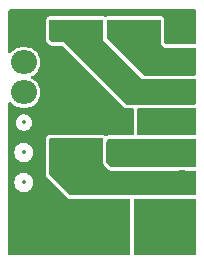
<source format=gbl>
%TF.GenerationSoftware,KiCad,Pcbnew,8.0.4*%
%TF.CreationDate,2024-09-19T15:03:18-03:00*%
%TF.ProjectId,PCBWay-Module_TA6586,50434257-6179-42d4-9d6f-64756c655f54,rev?*%
%TF.SameCoordinates,Original*%
%TF.FileFunction,Copper,L2,Bot*%
%TF.FilePolarity,Positive*%
%FSLAX46Y46*%
G04 Gerber Fmt 4.6, Leading zero omitted, Abs format (unit mm)*
G04 Created by KiCad (PCBNEW 8.0.4) date 2024-09-19 15:03:18*
%MOMM*%
%LPD*%
G01*
G04 APERTURE LIST*
G04 Aperture macros list*
%AMRoundRect*
0 Rectangle with rounded corners*
0 $1 Rounding radius*
0 $2 $3 $4 $5 $6 $7 $8 $9 X,Y pos of 4 corners*
0 Add a 4 corners polygon primitive as box body*
4,1,4,$2,$3,$4,$5,$6,$7,$8,$9,$2,$3,0*
0 Add four circle primitives for the rounded corners*
1,1,$1+$1,$2,$3*
1,1,$1+$1,$4,$5*
1,1,$1+$1,$6,$7*
1,1,$1+$1,$8,$9*
0 Add four rect primitives between the rounded corners*
20,1,$1+$1,$2,$3,$4,$5,0*
20,1,$1+$1,$4,$5,$6,$7,0*
20,1,$1+$1,$6,$7,$8,$9,0*
20,1,$1+$1,$8,$9,$2,$3,0*%
G04 Aperture macros list end*
%TA.AperFunction,ComponentPad*%
%ADD10RoundRect,0.250000X0.850000X0.750000X-0.850000X0.750000X-0.850000X-0.750000X0.850000X-0.750000X0*%
%TD*%
%TA.AperFunction,ComponentPad*%
%ADD11O,2.200000X2.000000*%
%TD*%
%TA.AperFunction,SMDPad,CuDef*%
%ADD12RoundRect,0.250000X0.475000X-0.250000X0.475000X0.250000X-0.475000X0.250000X-0.475000X-0.250000X0*%
%TD*%
%TA.AperFunction,ViaPad*%
%ADD13C,0.600000*%
%TD*%
%ADD14C,0.300000*%
%ADD15C,0.350000*%
G04 APERTURE END LIST*
D10*
%TO.P,J1,1,Pin_1*%
%TO.N,GND*%
X140000000Y-69500000D03*
D11*
%TO.P,J1,2,Pin_2*%
%TO.N,/IN_B2*%
X140000000Y-72040000D03*
%TO.P,J1,3,Pin_3*%
%TO.N,/IN_B1*%
X140000000Y-74580000D03*
%TO.P,J1,7,Pin_7*%
%TO.N,GND*%
X140000000Y-84740000D03*
%TD*%
D12*
%TO.P,C1,1*%
%TO.N,/OUT_B2*%
X150550000Y-74250000D03*
%TO.P,C1,2*%
%TO.N,/OUT_B1*%
X150550000Y-72350000D03*
%TD*%
%TO.P,C2,1*%
%TO.N,/OUT_A2*%
X150550000Y-82000000D03*
%TO.P,C2,2*%
%TO.N,/OUT_A1*%
X150550000Y-80100000D03*
%TD*%
D10*
%TO.P,J2,1,Pin_1*%
%TO.N,GND*%
X153400000Y-69500000D03*
D11*
%TO.P,J2,2,Pin_2*%
%TO.N,/OUT_B1*%
X153400000Y-72040000D03*
%TO.P,J2,3,Pin_3*%
%TO.N,/OUT_B2*%
X153400000Y-74580000D03*
%TO.P,J2,4,Pin_4*%
%TO.N,/VM*%
X153400000Y-77120000D03*
%TO.P,J2,5,Pin_5*%
%TO.N,/OUT_A1*%
X153400000Y-79660000D03*
%TO.P,J2,6,Pin_6*%
%TO.N,/OUT_A2*%
X153400000Y-82200000D03*
%TO.P,J2,7,Pin_7*%
%TO.N,/VM*%
X153400000Y-84740000D03*
%TD*%
D13*
%TO.N,/OUT_B2*%
X145600000Y-70850000D03*
X142950000Y-69300000D03*
X144225000Y-69300000D03*
X149500000Y-74500000D03*
X146500000Y-71750000D03*
X150900000Y-74550000D03*
X145500000Y-69300000D03*
X147450000Y-72650000D03*
X148500000Y-73700000D03*
%TO.N,/OUT_B1*%
X148050000Y-69300000D03*
X150600000Y-69300000D03*
X150950000Y-71900000D03*
X149800000Y-70800000D03*
X149325000Y-69300000D03*
%TO.N,/OUT_A1*%
X148050000Y-79600000D03*
X149325000Y-79600000D03*
X150600000Y-79600000D03*
%TO.N,/OUT_A2*%
X151550000Y-82150000D03*
X145500000Y-79600000D03*
X147350000Y-82150000D03*
X149600000Y-82150000D03*
X144600000Y-82150000D03*
X142950000Y-79600000D03*
X142950000Y-81050000D03*
X145500000Y-81050000D03*
X144225000Y-79600000D03*
%TO.N,GND*%
X146100000Y-84250000D03*
X141350000Y-86650000D03*
X143150000Y-71600000D03*
X143950000Y-74450000D03*
X146050000Y-74450000D03*
X148060000Y-76900000D03*
X144950000Y-75250000D03*
X148050000Y-85550000D03*
X141950000Y-72500000D03*
X144050000Y-72500000D03*
X145000000Y-73400000D03*
X147050000Y-75250000D03*
X141350000Y-87650000D03*
X142900000Y-73400000D03*
X139350000Y-86650000D03*
X139350000Y-87650000D03*
X141650000Y-70900000D03*
X140350000Y-86650000D03*
X148060000Y-87220000D03*
X148050000Y-84250000D03*
X146100000Y-85550000D03*
X140350000Y-87650000D03*
%TO.N,/VM*%
X153750000Y-86600000D03*
X151800000Y-87900000D03*
X151850000Y-76900000D03*
X151800000Y-86600000D03*
X153750000Y-87900000D03*
X151800000Y-85550000D03*
X151800000Y-84250000D03*
X150600000Y-76900000D03*
X149850000Y-85550000D03*
X150600000Y-87220000D03*
X149850000Y-84250000D03*
%TD*%
%TA.AperFunction,Conductor*%
%TO.N,/VM*%
G36*
X154558691Y-83624407D02*
G01*
X154594655Y-83673907D01*
X154599500Y-83704500D01*
X154599500Y-88250500D01*
X154580593Y-88308691D01*
X154531093Y-88344655D01*
X154500500Y-88349500D01*
X149399000Y-88349500D01*
X149340809Y-88330593D01*
X149304845Y-88281093D01*
X149300000Y-88250500D01*
X149300000Y-83704500D01*
X149318907Y-83646309D01*
X149368407Y-83610345D01*
X149399000Y-83605500D01*
X154500500Y-83605500D01*
X154558691Y-83624407D01*
G37*
%TD.AperFunction*%
%TD*%
%TA.AperFunction,Conductor*%
%TO.N,/OUT_A1*%
G36*
X154558691Y-78518907D02*
G01*
X154594655Y-78568407D01*
X154599500Y-78599000D01*
X154599500Y-80801000D01*
X154580593Y-80859191D01*
X154531093Y-80895155D01*
X154500500Y-80900000D01*
X153612599Y-80900000D01*
X153604836Y-80899695D01*
X153602357Y-80899500D01*
X153602352Y-80899500D01*
X153197648Y-80899500D01*
X153197643Y-80899500D01*
X153195164Y-80899695D01*
X153187401Y-80900000D01*
X147441008Y-80900000D01*
X147382817Y-80881093D01*
X147371004Y-80871004D01*
X147028996Y-80528996D01*
X147001219Y-80474479D01*
X147000000Y-80458992D01*
X147000000Y-78741008D01*
X147018907Y-78682817D01*
X147028996Y-78671004D01*
X147171004Y-78528996D01*
X147225521Y-78501219D01*
X147241008Y-78500000D01*
X154500500Y-78500000D01*
X154558691Y-78518907D01*
G37*
%TD.AperFunction*%
%TD*%
%TA.AperFunction,Conductor*%
%TO.N,/OUT_B1*%
G36*
X151559191Y-68418907D02*
G01*
X151595155Y-68468407D01*
X151600000Y-68499000D01*
X151600000Y-70500000D01*
X151900000Y-70800000D01*
X152496809Y-70800000D01*
X152503933Y-70800426D01*
X152503940Y-70800323D01*
X152506895Y-70800499D01*
X152506898Y-70800500D01*
X152506901Y-70800500D01*
X154293099Y-70800500D01*
X154293102Y-70800500D01*
X154293104Y-70800499D01*
X154296060Y-70800323D01*
X154296066Y-70800426D01*
X154303191Y-70800000D01*
X154500500Y-70800000D01*
X154558691Y-70818907D01*
X154594655Y-70868407D01*
X154599500Y-70899000D01*
X154599500Y-73045500D01*
X154580593Y-73103691D01*
X154531093Y-73139655D01*
X154500500Y-73144500D01*
X150235508Y-73144500D01*
X150177317Y-73125593D01*
X150165504Y-73115504D01*
X147078996Y-70028996D01*
X147051219Y-69974479D01*
X147050000Y-69958992D01*
X147050000Y-68499000D01*
X147068907Y-68440809D01*
X147118407Y-68404845D01*
X147149000Y-68400000D01*
X151501000Y-68400000D01*
X151559191Y-68418907D01*
G37*
%TD.AperFunction*%
%TD*%
%TA.AperFunction,Conductor*%
%TO.N,/OUT_B2*%
G36*
X146659191Y-68418907D02*
G01*
X146695155Y-68468407D01*
X146700000Y-68499000D01*
X146700000Y-70100000D01*
X150050000Y-73450000D01*
X154500500Y-73450000D01*
X154558691Y-73468907D01*
X154594655Y-73518407D01*
X154599500Y-73549000D01*
X154599500Y-75501000D01*
X154580593Y-75559191D01*
X154531093Y-75595155D01*
X154500500Y-75600000D01*
X148741008Y-75600000D01*
X148682817Y-75581093D01*
X148671004Y-75571004D01*
X146550000Y-73450000D01*
X143400000Y-70300000D01*
X143399999Y-70300000D01*
X142391008Y-70300000D01*
X142332817Y-70281093D01*
X142321004Y-70271004D01*
X142178996Y-70128996D01*
X142151219Y-70074479D01*
X142150000Y-70058992D01*
X142150000Y-68499000D01*
X142168907Y-68440809D01*
X142218407Y-68404845D01*
X142249000Y-68400000D01*
X146601000Y-68400000D01*
X146659191Y-68418907D01*
G37*
%TD.AperFunction*%
%TD*%
%TA.AperFunction,Conductor*%
%TO.N,/VM*%
G36*
X154558691Y-75924407D02*
G01*
X154594655Y-75973907D01*
X154599500Y-76004500D01*
X154599500Y-78095500D01*
X154580593Y-78153691D01*
X154531093Y-78189655D01*
X154500500Y-78194500D01*
X149699000Y-78194500D01*
X149640809Y-78175593D01*
X149604845Y-78126093D01*
X149600000Y-78095500D01*
X149600000Y-76004500D01*
X149618907Y-75946309D01*
X149668407Y-75910345D01*
X149699000Y-75905500D01*
X154500500Y-75905500D01*
X154558691Y-75924407D01*
G37*
%TD.AperFunction*%
%TD*%
%TA.AperFunction,Conductor*%
%TO.N,/OUT_A2*%
G36*
X146695734Y-78468907D02*
G01*
X146731698Y-78518407D01*
X146731698Y-78579593D01*
X146728474Y-78588148D01*
X146728357Y-78588419D01*
X146709451Y-78646603D01*
X146694500Y-78741004D01*
X146694500Y-80458981D01*
X146695442Y-80482969D01*
X146696664Y-80498494D01*
X146697294Y-80505472D01*
X146729015Y-80613170D01*
X146756792Y-80667687D01*
X146782662Y-80703294D01*
X146812970Y-80745011D01*
X146812972Y-80745013D01*
X146812975Y-80745017D01*
X147154983Y-81087025D01*
X147172601Y-81103311D01*
X147184414Y-81113400D01*
X147189831Y-81117919D01*
X147189837Y-81117922D01*
X147189842Y-81117926D01*
X147288409Y-81171639D01*
X147288411Y-81171640D01*
X147346604Y-81190548D01*
X147346601Y-81190548D01*
X147441005Y-81205500D01*
X147441008Y-81205500D01*
X153187396Y-81205500D01*
X153187401Y-81205500D01*
X153199395Y-81205264D01*
X153204180Y-81205076D01*
X153208066Y-81205000D01*
X153591934Y-81205000D01*
X153595820Y-81205076D01*
X153600605Y-81205264D01*
X153612599Y-81205500D01*
X153612604Y-81205500D01*
X154500500Y-81205500D01*
X154558691Y-81224407D01*
X154594655Y-81273907D01*
X154599500Y-81304500D01*
X154599500Y-83201000D01*
X154580593Y-83259191D01*
X154531093Y-83295155D01*
X154500500Y-83300000D01*
X143991008Y-83300000D01*
X143932817Y-83281093D01*
X143921004Y-83271004D01*
X142178996Y-81528996D01*
X142151219Y-81474479D01*
X142150000Y-81458992D01*
X142150000Y-78549000D01*
X142168907Y-78490809D01*
X142218407Y-78454845D01*
X142249000Y-78450000D01*
X146637543Y-78450000D01*
X146695734Y-78468907D01*
G37*
%TD.AperFunction*%
%TD*%
%TA.AperFunction,Conductor*%
%TO.N,GND*%
G36*
X154558691Y-67569407D02*
G01*
X154594655Y-67618907D01*
X154599500Y-67649500D01*
X154599500Y-70395500D01*
X154580593Y-70453691D01*
X154531093Y-70489655D01*
X154500500Y-70494500D01*
X154303191Y-70494500D01*
X154288127Y-70494950D01*
X154287935Y-70494956D01*
X154284978Y-70495000D01*
X152515023Y-70495000D01*
X152512067Y-70494956D01*
X152496809Y-70494500D01*
X152496804Y-70494500D01*
X152067550Y-70494500D01*
X152009359Y-70475593D01*
X151997546Y-70465504D01*
X151934496Y-70402454D01*
X151906719Y-70347937D01*
X151905500Y-70332450D01*
X151905500Y-68499006D01*
X151905500Y-68499000D01*
X151901739Y-68451214D01*
X151896894Y-68420621D01*
X151890487Y-68390246D01*
X151842309Y-68288838D01*
X151842304Y-68288831D01*
X151806348Y-68239342D01*
X151806347Y-68239341D01*
X151806345Y-68239338D01*
X151752177Y-68182081D01*
X151752176Y-68182080D01*
X151752175Y-68182079D01*
X151653598Y-68128360D01*
X151653596Y-68128359D01*
X151595403Y-68109451D01*
X151595406Y-68109451D01*
X151501003Y-68094500D01*
X151501000Y-68094500D01*
X147149000Y-68094500D01*
X147101214Y-68098261D01*
X147084800Y-68100860D01*
X147070619Y-68103106D01*
X147070614Y-68103106D01*
X147040247Y-68109512D01*
X147040242Y-68109514D01*
X146938841Y-68157689D01*
X146938829Y-68157696D01*
X146933130Y-68161837D01*
X146874939Y-68180742D01*
X146827571Y-68168672D01*
X146797013Y-68152020D01*
X146753595Y-68128359D01*
X146695403Y-68109451D01*
X146695406Y-68109451D01*
X146601003Y-68094500D01*
X146601000Y-68094500D01*
X142249000Y-68094500D01*
X142201214Y-68098261D01*
X142184800Y-68100860D01*
X142170619Y-68103106D01*
X142170614Y-68103106D01*
X142140247Y-68109512D01*
X142140242Y-68109514D01*
X142038841Y-68157689D01*
X142038831Y-68157695D01*
X141989342Y-68193651D01*
X141932079Y-68247824D01*
X141878360Y-68346401D01*
X141878359Y-68346403D01*
X141859451Y-68404595D01*
X141844500Y-68498996D01*
X141844500Y-70058981D01*
X141845442Y-70082969D01*
X141846664Y-70098494D01*
X141847294Y-70105472D01*
X141879015Y-70213170D01*
X141906792Y-70267687D01*
X141932662Y-70303294D01*
X141962970Y-70345011D01*
X141962972Y-70345013D01*
X141962975Y-70345017D01*
X142104983Y-70487025D01*
X142122601Y-70503311D01*
X142134414Y-70513400D01*
X142139831Y-70517919D01*
X142139837Y-70517922D01*
X142139842Y-70517926D01*
X142238409Y-70571639D01*
X142238411Y-70571640D01*
X142296604Y-70590548D01*
X142296601Y-70590548D01*
X142391005Y-70605500D01*
X142391008Y-70605500D01*
X143232450Y-70605500D01*
X143290641Y-70624407D01*
X143302454Y-70634496D01*
X148454983Y-75787025D01*
X148472601Y-75803311D01*
X148484414Y-75813400D01*
X148489831Y-75817919D01*
X148489837Y-75817922D01*
X148489842Y-75817926D01*
X148588409Y-75871639D01*
X148588411Y-75871640D01*
X148646604Y-75890548D01*
X148646601Y-75890548D01*
X148741005Y-75905500D01*
X148741008Y-75905500D01*
X149195500Y-75905500D01*
X149253691Y-75924407D01*
X149289655Y-75973907D01*
X149294500Y-76004500D01*
X149294500Y-78095500D01*
X149275593Y-78153691D01*
X149226093Y-78189655D01*
X149195500Y-78194500D01*
X147241008Y-78194500D01*
X147226025Y-78195088D01*
X147217030Y-78195442D01*
X147201505Y-78196664D01*
X147194527Y-78197294D01*
X147086829Y-78229015D01*
X147032310Y-78256793D01*
X147031405Y-78257451D01*
X147031047Y-78257567D01*
X147028991Y-78258827D01*
X147028688Y-78258333D01*
X146973211Y-78276350D01*
X146915023Y-78257435D01*
X146901309Y-78245387D01*
X146888721Y-78232082D01*
X146888718Y-78232079D01*
X146790141Y-78178360D01*
X146790139Y-78178359D01*
X146731946Y-78159451D01*
X146731949Y-78159451D01*
X146637546Y-78144500D01*
X146637543Y-78144500D01*
X142249000Y-78144500D01*
X142201214Y-78148261D01*
X142184800Y-78150860D01*
X142170619Y-78153106D01*
X142170614Y-78153106D01*
X142140247Y-78159512D01*
X142140242Y-78159514D01*
X142038841Y-78207689D01*
X142038831Y-78207695D01*
X141989342Y-78243651D01*
X141932079Y-78297824D01*
X141878360Y-78396401D01*
X141878359Y-78396403D01*
X141859451Y-78454595D01*
X141844500Y-78548996D01*
X141844500Y-81458981D01*
X141845442Y-81482969D01*
X141846664Y-81498494D01*
X141847294Y-81505472D01*
X141868719Y-81578214D01*
X141879015Y-81613170D01*
X141906792Y-81667687D01*
X141922793Y-81689711D01*
X141962970Y-81745011D01*
X141962972Y-81745013D01*
X141962975Y-81745017D01*
X143704983Y-83487025D01*
X143722601Y-83503311D01*
X143734414Y-83513400D01*
X143739831Y-83517919D01*
X143739837Y-83517922D01*
X143739842Y-83517926D01*
X143838409Y-83571639D01*
X143838411Y-83571640D01*
X143896604Y-83590548D01*
X143896601Y-83590548D01*
X143991005Y-83605500D01*
X143991008Y-83605500D01*
X148895500Y-83605500D01*
X148953691Y-83624407D01*
X148989655Y-83673907D01*
X148994500Y-83704500D01*
X148994500Y-88250500D01*
X148975593Y-88308691D01*
X148926093Y-88344655D01*
X148895500Y-88349500D01*
X138799500Y-88349500D01*
X138741309Y-88330593D01*
X138705345Y-88281093D01*
X138700500Y-88250500D01*
X138700500Y-82121155D01*
X139199500Y-82121155D01*
X139199500Y-82278844D01*
X139230263Y-82433496D01*
X139230263Y-82433498D01*
X139290603Y-82579174D01*
X139290609Y-82579185D01*
X139343312Y-82658059D01*
X139378211Y-82710289D01*
X139489711Y-82821789D01*
X139567876Y-82874017D01*
X139620814Y-82909390D01*
X139620825Y-82909396D01*
X139674638Y-82931685D01*
X139766503Y-82969737D01*
X139921158Y-83000500D01*
X139921159Y-83000500D01*
X140078841Y-83000500D01*
X140078842Y-83000500D01*
X140233497Y-82969737D01*
X140379179Y-82909394D01*
X140510289Y-82821789D01*
X140621789Y-82710289D01*
X140709394Y-82579179D01*
X140769737Y-82433497D01*
X140800500Y-82278842D01*
X140800500Y-82121158D01*
X140769737Y-81966503D01*
X140709394Y-81820821D01*
X140709393Y-81820819D01*
X140709390Y-81820814D01*
X140658739Y-81745011D01*
X140621789Y-81689711D01*
X140510289Y-81578211D01*
X140458059Y-81543312D01*
X140379185Y-81490609D01*
X140379174Y-81490603D01*
X140233497Y-81430263D01*
X140078844Y-81399500D01*
X140078842Y-81399500D01*
X139921158Y-81399500D01*
X139921155Y-81399500D01*
X139766503Y-81430263D01*
X139766501Y-81430263D01*
X139620825Y-81490603D01*
X139620814Y-81490609D01*
X139489711Y-81578211D01*
X139489707Y-81578214D01*
X139378214Y-81689707D01*
X139378211Y-81689711D01*
X139290609Y-81820814D01*
X139290603Y-81820825D01*
X139230263Y-81966501D01*
X139230263Y-81966503D01*
X139199500Y-82121155D01*
X138700500Y-82121155D01*
X138700500Y-79581155D01*
X139199500Y-79581155D01*
X139199500Y-79738844D01*
X139230263Y-79893496D01*
X139230263Y-79893498D01*
X139290603Y-80039174D01*
X139290609Y-80039185D01*
X139343312Y-80118059D01*
X139378211Y-80170289D01*
X139489711Y-80281789D01*
X139567876Y-80334017D01*
X139620814Y-80369390D01*
X139620825Y-80369396D01*
X139674638Y-80391685D01*
X139766503Y-80429737D01*
X139921158Y-80460500D01*
X139921159Y-80460500D01*
X140078841Y-80460500D01*
X140078842Y-80460500D01*
X140233497Y-80429737D01*
X140379179Y-80369394D01*
X140510289Y-80281789D01*
X140621789Y-80170289D01*
X140709394Y-80039179D01*
X140769737Y-79893497D01*
X140800500Y-79738842D01*
X140800500Y-79581158D01*
X140769737Y-79426503D01*
X140709394Y-79280821D01*
X140709393Y-79280819D01*
X140709390Y-79280814D01*
X140674017Y-79227876D01*
X140621789Y-79149711D01*
X140510289Y-79038211D01*
X140458059Y-79003312D01*
X140379185Y-78950609D01*
X140379174Y-78950603D01*
X140233497Y-78890263D01*
X140078844Y-78859500D01*
X140078842Y-78859500D01*
X139921158Y-78859500D01*
X139921155Y-78859500D01*
X139766503Y-78890263D01*
X139766501Y-78890263D01*
X139620825Y-78950603D01*
X139620814Y-78950609D01*
X139489711Y-79038211D01*
X139489707Y-79038214D01*
X139378214Y-79149707D01*
X139378211Y-79149711D01*
X139290609Y-79280814D01*
X139290603Y-79280825D01*
X139230263Y-79426501D01*
X139230263Y-79426503D01*
X139199500Y-79581155D01*
X138700500Y-79581155D01*
X138700500Y-77052875D01*
X139318500Y-77052875D01*
X139318500Y-77187124D01*
X139344690Y-77318785D01*
X139344690Y-77318787D01*
X139396060Y-77442806D01*
X139396066Y-77442817D01*
X139440934Y-77509965D01*
X139470645Y-77554431D01*
X139565569Y-77649355D01*
X139632114Y-77693819D01*
X139677182Y-77723933D01*
X139677193Y-77723939D01*
X139723005Y-77742914D01*
X139801214Y-77775310D01*
X139932878Y-77801500D01*
X139932879Y-77801500D01*
X140067121Y-77801500D01*
X140067122Y-77801500D01*
X140198786Y-77775310D01*
X140322811Y-77723937D01*
X140434431Y-77649355D01*
X140529355Y-77554431D01*
X140603937Y-77442811D01*
X140655310Y-77318786D01*
X140681500Y-77187122D01*
X140681500Y-77052878D01*
X140655310Y-76921214D01*
X140603937Y-76797189D01*
X140603936Y-76797187D01*
X140603933Y-76797182D01*
X140573819Y-76752114D01*
X140529355Y-76685569D01*
X140434431Y-76590645D01*
X140389965Y-76560934D01*
X140322817Y-76516066D01*
X140322806Y-76516060D01*
X140198786Y-76464690D01*
X140067124Y-76438500D01*
X140067122Y-76438500D01*
X139932878Y-76438500D01*
X139932875Y-76438500D01*
X139801214Y-76464690D01*
X139801212Y-76464690D01*
X139677193Y-76516060D01*
X139677182Y-76516066D01*
X139565569Y-76590645D01*
X139565565Y-76590648D01*
X139470648Y-76685565D01*
X139470645Y-76685569D01*
X139396066Y-76797182D01*
X139396060Y-76797193D01*
X139344690Y-76921212D01*
X139344690Y-76921214D01*
X139318500Y-77052875D01*
X138700500Y-77052875D01*
X138700500Y-75446263D01*
X138719407Y-75388072D01*
X138768907Y-75352108D01*
X138830093Y-75352108D01*
X138879591Y-75388070D01*
X138879593Y-75388073D01*
X138908029Y-75427213D01*
X138908031Y-75427215D01*
X138908034Y-75427219D01*
X139052781Y-75571966D01*
X139052784Y-75571968D01*
X139052786Y-75571970D01*
X139218386Y-75692285D01*
X139218390Y-75692287D01*
X139400781Y-75785220D01*
X139595466Y-75848477D01*
X139595467Y-75848477D01*
X139595470Y-75848478D01*
X139797645Y-75880500D01*
X139797648Y-75880500D01*
X140202355Y-75880500D01*
X140404529Y-75848478D01*
X140404530Y-75848477D01*
X140404534Y-75848477D01*
X140599219Y-75785220D01*
X140781610Y-75692287D01*
X140947219Y-75571966D01*
X141091966Y-75427219D01*
X141212287Y-75261610D01*
X141305220Y-75079219D01*
X141368477Y-74884534D01*
X141400500Y-74682352D01*
X141400500Y-74477648D01*
X141400500Y-74477644D01*
X141368478Y-74275470D01*
X141368477Y-74275466D01*
X141305220Y-74080781D01*
X141212287Y-73898390D01*
X141212285Y-73898386D01*
X141091970Y-73732786D01*
X141091967Y-73732783D01*
X141091966Y-73732781D01*
X140947219Y-73588034D01*
X140947215Y-73588031D01*
X140947213Y-73588029D01*
X140781613Y-73467714D01*
X140781609Y-73467712D01*
X140710847Y-73431657D01*
X140645201Y-73398209D01*
X140601937Y-73354945D01*
X140592366Y-73294513D01*
X140620143Y-73239997D01*
X140645199Y-73221791D01*
X140781610Y-73152287D01*
X140947219Y-73031966D01*
X141091966Y-72887219D01*
X141212287Y-72721610D01*
X141305220Y-72539219D01*
X141368477Y-72344534D01*
X141400500Y-72142352D01*
X141400500Y-71937648D01*
X141400500Y-71937644D01*
X141368478Y-71735470D01*
X141368477Y-71735466D01*
X141305220Y-71540781D01*
X141212287Y-71358390D01*
X141212285Y-71358386D01*
X141091970Y-71192786D01*
X141091967Y-71192783D01*
X141091966Y-71192781D01*
X140947219Y-71048034D01*
X140947215Y-71048031D01*
X140947213Y-71048029D01*
X140781613Y-70927714D01*
X140781609Y-70927712D01*
X140599219Y-70834780D01*
X140404529Y-70771521D01*
X140202355Y-70739500D01*
X140202352Y-70739500D01*
X139797648Y-70739500D01*
X139797645Y-70739500D01*
X139595470Y-70771521D01*
X139400780Y-70834780D01*
X139218390Y-70927712D01*
X139218386Y-70927714D01*
X139052786Y-71048029D01*
X138908032Y-71192783D01*
X138879593Y-71231927D01*
X138830093Y-71267891D01*
X138768907Y-71267891D01*
X138719407Y-71231927D01*
X138700500Y-71173736D01*
X138700500Y-67649500D01*
X138719407Y-67591309D01*
X138768907Y-67555345D01*
X138799500Y-67550500D01*
X154500500Y-67550500D01*
X154558691Y-67569407D01*
G37*
%TD.AperFunction*%
%TD*%
D14*
X145600000Y-70850000D03*
X142950000Y-69300000D03*
X144225000Y-69300000D03*
X149500000Y-74500000D03*
X146500000Y-71750000D03*
X150900000Y-74550000D03*
X145500000Y-69300000D03*
X147450000Y-72650000D03*
X148500000Y-73700000D03*
X148050000Y-69300000D03*
X150600000Y-69300000D03*
X150950000Y-71900000D03*
X149800000Y-70800000D03*
X149325000Y-69300000D03*
X148050000Y-79600000D03*
X149325000Y-79600000D03*
X150600000Y-79600000D03*
X151550000Y-82150000D03*
X145500000Y-79600000D03*
X147350000Y-82150000D03*
X149600000Y-82150000D03*
X144600000Y-82150000D03*
X142950000Y-79600000D03*
X142950000Y-81050000D03*
X145500000Y-81050000D03*
X144225000Y-79600000D03*
X146100000Y-84250000D03*
X141350000Y-86650000D03*
X143150000Y-71600000D03*
X143950000Y-74450000D03*
X146050000Y-74450000D03*
X148060000Y-76900000D03*
X144950000Y-75250000D03*
X148050000Y-85550000D03*
X141950000Y-72500000D03*
X144050000Y-72500000D03*
X145000000Y-73400000D03*
X147050000Y-75250000D03*
X141350000Y-87650000D03*
X142900000Y-73400000D03*
X139350000Y-86650000D03*
X139350000Y-87650000D03*
X141650000Y-70900000D03*
X140350000Y-86650000D03*
X148060000Y-87220000D03*
X148050000Y-84250000D03*
X146100000Y-85550000D03*
X140350000Y-87650000D03*
X153750000Y-86600000D03*
X151800000Y-87900000D03*
X151850000Y-76900000D03*
X151800000Y-86600000D03*
X153750000Y-87900000D03*
X151800000Y-85550000D03*
X151800000Y-84250000D03*
X150600000Y-76900000D03*
X149850000Y-85550000D03*
X150600000Y-87220000D03*
X149850000Y-84250000D03*
D15*
X140000000Y-69500000D03*
X140000000Y-72040000D03*
X140000000Y-74580000D03*
X140000000Y-77120000D03*
X140000000Y-79660000D03*
X140000000Y-82200000D03*
X140000000Y-84740000D03*
X153400000Y-69500000D03*
X153400000Y-72040000D03*
X153400000Y-74580000D03*
X153400000Y-77120000D03*
X153400000Y-79660000D03*
X153400000Y-82200000D03*
X153400000Y-84740000D03*
M02*

</source>
